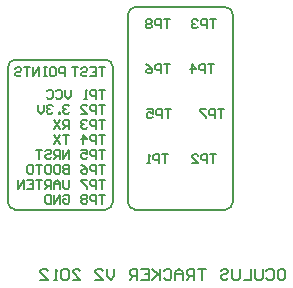
<source format=gbo>
%FSLAX24Y24*%
%MOIN*%
G70*
G01*
G75*
G04 Layer_Color=32896*
%ADD10R,0.0710X0.0300*%
%ADD11R,0.1024X0.0787*%
%ADD12R,0.0532X0.0157*%
%ADD13R,0.0748X0.0630*%
%ADD14R,0.0748X0.0472*%
%ADD15R,0.0787X0.0827*%
%ADD16R,0.0150X0.0200*%
%ADD17R,0.0291X0.0728*%
%ADD18R,0.0787X0.0157*%
%ADD19R,0.0118X0.0472*%
%ADD20R,0.0472X0.0118*%
%ADD21R,0.0236X0.0098*%
%ADD22R,0.0295X0.0472*%
%ADD23R,0.0200X0.0150*%
%ADD24R,0.0300X0.0250*%
%ADD25R,0.0335X0.0138*%
%ADD26R,0.0138X0.0315*%
%ADD27R,0.0250X0.0300*%
%ADD28R,0.0118X0.0165*%
%ADD29R,0.0165X0.0118*%
%ADD30C,0.0100*%
%ADD31C,0.0120*%
%ADD32C,0.0050*%
%ADD33C,0.0060*%
%ADD34C,0.0140*%
%ADD35C,0.0080*%
%ADD36C,0.0098*%
%ADD37C,0.0160*%
%ADD38C,0.0433*%
%ADD39C,0.0591*%
%ADD40R,0.0591X0.0591*%
%ADD41C,0.0354*%
%ADD42C,0.1250*%
%ADD43C,0.0180*%
%ADD44C,0.0200*%
%ADD45C,0.0300*%
%ADD46R,0.1120X0.1120*%
%ADD47C,0.0787*%
%ADD48C,0.0059*%
%ADD49R,0.0760X0.0350*%
%ADD50R,0.1074X0.0837*%
%ADD51R,0.0582X0.0207*%
%ADD52R,0.0798X0.0680*%
%ADD53R,0.0798X0.0522*%
%ADD54R,0.0837X0.0877*%
%ADD55R,0.0200X0.0250*%
%ADD56R,0.0341X0.0778*%
%ADD57R,0.0837X0.0207*%
%ADD58R,0.0168X0.0522*%
%ADD59R,0.0522X0.0168*%
%ADD60R,0.0286X0.0148*%
%ADD61R,0.0345X0.0522*%
%ADD62R,0.0190X0.0240*%
%ADD63R,0.0250X0.0200*%
%ADD64R,0.0350X0.0300*%
%ADD65R,0.0375X0.0178*%
%ADD66R,0.0178X0.0355*%
%ADD67R,0.0300X0.0350*%
%ADD68R,0.0158X0.0206*%
%ADD69R,0.0206X0.0158*%
%ADD70C,0.0483*%
%ADD71C,0.0651*%
%ADD72R,0.0651X0.0651*%
%ADD73C,0.0414*%
%ADD74C,0.1330*%
%ADD75C,0.0837*%
%ADD76C,0.0070*%
D33*
X25890Y49340D02*
X25690D01*
X25790D01*
Y49040D01*
X25590D02*
Y49340D01*
X25440D01*
X25390Y49290D01*
Y49190D01*
X25440Y49140D01*
X25590D01*
X25290Y49290D02*
X25240Y49340D01*
X25140D01*
X25090Y49290D01*
Y49240D01*
X25140Y49190D01*
X25090Y49140D01*
Y49090D01*
X25140Y49040D01*
X25240D01*
X25290Y49090D01*
Y49140D01*
X25240Y49190D01*
X25290Y49240D01*
Y49290D01*
X25240Y49190D02*
X25140D01*
X27690Y46340D02*
X27490D01*
X27590D01*
Y46040D01*
X27390D02*
Y46340D01*
X27240D01*
X27190Y46290D01*
Y46190D01*
X27240Y46140D01*
X27390D01*
X27090Y46340D02*
X26890D01*
Y46290D01*
X27090Y46090D01*
Y46040D01*
X25920Y47840D02*
X25720D01*
X25820D01*
Y47540D01*
X25620D02*
Y47840D01*
X25470D01*
X25420Y47790D01*
Y47690D01*
X25470Y47640D01*
X25620D01*
X25120Y47840D02*
X25220Y47790D01*
X25320Y47690D01*
Y47590D01*
X25270Y47540D01*
X25170D01*
X25120Y47590D01*
Y47640D01*
X25170Y47690D01*
X25320D01*
X25930Y46340D02*
X25730D01*
X25830D01*
Y46040D01*
X25630D02*
Y46340D01*
X25480D01*
X25430Y46290D01*
Y46190D01*
X25480Y46140D01*
X25630D01*
X25130Y46340D02*
X25330D01*
Y46190D01*
X25230Y46240D01*
X25180D01*
X25130Y46190D01*
Y46090D01*
X25180Y46040D01*
X25280D01*
X25330Y46090D01*
X27380Y47840D02*
X27180D01*
X27280D01*
Y47540D01*
X27080D02*
Y47840D01*
X26930D01*
X26880Y47790D01*
Y47690D01*
X26930Y47640D01*
X27080D01*
X26630Y47540D02*
Y47840D01*
X26780Y47690D01*
X26580D01*
X27430Y49340D02*
X27230D01*
X27330D01*
Y49040D01*
X27130D02*
Y49340D01*
X26980D01*
X26930Y49290D01*
Y49190D01*
X26980Y49140D01*
X27130D01*
X26830Y49290D02*
X26780Y49340D01*
X26680D01*
X26630Y49290D01*
Y49240D01*
X26680Y49190D01*
X26730D01*
X26680D01*
X26630Y49140D01*
Y49090D01*
X26680Y49040D01*
X26780D01*
X26830Y49090D01*
X27440Y44840D02*
X27240D01*
X27340D01*
Y44540D01*
X27140D02*
Y44840D01*
X26990D01*
X26940Y44790D01*
Y44690D01*
X26990Y44640D01*
X27140D01*
X26640Y44540D02*
X26840D01*
X26640Y44740D01*
Y44790D01*
X26690Y44840D01*
X26790D01*
X26840Y44790D01*
X25850Y44840D02*
X25650D01*
X25750D01*
Y44540D01*
X25550D02*
Y44840D01*
X25400D01*
X25350Y44790D01*
Y44690D01*
X25400Y44640D01*
X25550D01*
X25250Y44540D02*
X25150D01*
X25200D01*
Y44840D01*
X25250Y44790D01*
X23750Y46000D02*
X23550D01*
X23650D01*
Y45700D01*
X23450D02*
Y46000D01*
X23300D01*
X23250Y45950D01*
Y45850D01*
X23300Y45800D01*
X23450D01*
X23150Y45950D02*
X23100Y46000D01*
X23000D01*
X22950Y45950D01*
Y45900D01*
X23000Y45850D01*
X23050D01*
X23000D01*
X22950Y45800D01*
Y45750D01*
X23000Y45700D01*
X23100D01*
X23150Y45750D01*
X22550Y45700D02*
Y46000D01*
X22400D01*
X22350Y45950D01*
Y45850D01*
X22400Y45800D01*
X22550D01*
X22450D02*
X22350Y45700D01*
X22250Y46000D02*
X22051Y45700D01*
Y46000D02*
X22250Y45700D01*
X23750Y47000D02*
X23550D01*
X23650D01*
Y46700D01*
X23450D02*
Y47000D01*
X23300D01*
X23250Y46950D01*
Y46850D01*
X23300Y46800D01*
X23450D01*
X23150Y46700D02*
X23050D01*
X23100D01*
Y47000D01*
X23150Y46950D01*
X22600Y47000D02*
Y46800D01*
X22500Y46700D01*
X22400Y46800D01*
Y47000D01*
X22101Y46950D02*
X22151Y47000D01*
X22250D01*
X22300Y46950D01*
Y46750D01*
X22250Y46700D01*
X22151D01*
X22101Y46750D01*
X21801Y46950D02*
X21851Y47000D01*
X21951D01*
X22001Y46950D01*
Y46750D01*
X21951Y46700D01*
X21851D01*
X21801Y46750D01*
X23750Y46500D02*
X23550D01*
X23650D01*
Y46200D01*
X23450D02*
Y46500D01*
X23300D01*
X23250Y46450D01*
Y46350D01*
X23300Y46300D01*
X23450D01*
X22950Y46200D02*
X23150D01*
X22950Y46400D01*
Y46450D01*
X23000Y46500D01*
X23100D01*
X23150Y46450D01*
X22550D02*
X22500Y46500D01*
X22400D01*
X22350Y46450D01*
Y46400D01*
X22400Y46350D01*
X22450D01*
X22400D01*
X22350Y46300D01*
Y46250D01*
X22400Y46200D01*
X22500D01*
X22550Y46250D01*
X22250Y46200D02*
Y46250D01*
X22201D01*
Y46200D01*
X22250D01*
X22001Y46450D02*
X21951Y46500D01*
X21851D01*
X21801Y46450D01*
Y46400D01*
X21851Y46350D01*
X21901D01*
X21851D01*
X21801Y46300D01*
Y46250D01*
X21851Y46200D01*
X21951D01*
X22001Y46250D01*
X21701Y46500D02*
Y46300D01*
X21601Y46200D01*
X21501Y46300D01*
Y46500D01*
X23750Y45500D02*
X23550D01*
X23650D01*
Y45200D01*
X23450D02*
Y45500D01*
X23300D01*
X23250Y45450D01*
Y45350D01*
X23300Y45300D01*
X23450D01*
X23000Y45200D02*
Y45500D01*
X23150Y45350D01*
X22950D01*
X22550Y45500D02*
X22350D01*
X22450D01*
Y45200D01*
X22250Y45500D02*
X22051Y45200D01*
Y45500D02*
X22250Y45200D01*
X23750Y45000D02*
X23550D01*
X23650D01*
Y44700D01*
X23450D02*
Y45000D01*
X23300D01*
X23250Y44950D01*
Y44850D01*
X23300Y44800D01*
X23450D01*
X22950Y45000D02*
X23150D01*
Y44850D01*
X23050Y44900D01*
X23000D01*
X22950Y44850D01*
Y44750D01*
X23000Y44700D01*
X23100D01*
X23150Y44750D01*
X22550Y44700D02*
Y45000D01*
X22350Y44700D01*
Y45000D01*
X22250Y44700D02*
Y45000D01*
X22101D01*
X22051Y44950D01*
Y44850D01*
X22101Y44800D01*
X22250D01*
X22151D02*
X22051Y44700D01*
X21751Y44950D02*
X21801Y45000D01*
X21901D01*
X21951Y44950D01*
Y44900D01*
X21901Y44850D01*
X21801D01*
X21751Y44800D01*
Y44750D01*
X21801Y44700D01*
X21901D01*
X21951Y44750D01*
X21651Y45000D02*
X21451D01*
X21551D01*
Y44700D01*
X23750Y44500D02*
X23550D01*
X23650D01*
Y44200D01*
X23450D02*
Y44500D01*
X23300D01*
X23250Y44450D01*
Y44350D01*
X23300Y44300D01*
X23450D01*
X22950Y44500D02*
X23050Y44450D01*
X23150Y44350D01*
Y44250D01*
X23100Y44200D01*
X23000D01*
X22950Y44250D01*
Y44300D01*
X23000Y44350D01*
X23150D01*
X22550Y44500D02*
Y44200D01*
X22400D01*
X22350Y44250D01*
Y44300D01*
X22400Y44350D01*
X22550D01*
X22400D01*
X22350Y44400D01*
Y44450D01*
X22400Y44500D01*
X22550D01*
X22101D02*
X22201D01*
X22250Y44450D01*
Y44250D01*
X22201Y44200D01*
X22101D01*
X22051Y44250D01*
Y44450D01*
X22101Y44500D01*
X21801D02*
X21901D01*
X21951Y44450D01*
Y44250D01*
X21901Y44200D01*
X21801D01*
X21751Y44250D01*
Y44450D01*
X21801Y44500D01*
X21651D02*
X21451D01*
X21551D01*
Y44200D01*
X21351Y44450D02*
X21301Y44500D01*
X21201D01*
X21151Y44450D01*
Y44250D01*
X21201Y44200D01*
X21301D01*
X21351Y44250D01*
Y44450D01*
X23750Y44000D02*
X23550D01*
X23650D01*
Y43700D01*
X23450D02*
Y44000D01*
X23300D01*
X23250Y43950D01*
Y43850D01*
X23300Y43800D01*
X23450D01*
X23150Y44000D02*
X22950D01*
Y43950D01*
X23150Y43750D01*
Y43700D01*
X22550Y44000D02*
Y43750D01*
X22500Y43700D01*
X22400D01*
X22350Y43750D01*
Y44000D01*
X22250Y43700D02*
Y43900D01*
X22151Y44000D01*
X22051Y43900D01*
Y43700D01*
Y43850D01*
X22250D01*
X21951Y43700D02*
Y44000D01*
X21801D01*
X21751Y43950D01*
Y43850D01*
X21801Y43800D01*
X21951D01*
X21851D02*
X21751Y43700D01*
X21651Y44000D02*
X21451D01*
X21551D01*
Y43700D01*
X21151Y44000D02*
X21351D01*
Y43700D01*
X21151D01*
X21351Y43850D02*
X21251D01*
X21051Y43700D02*
Y44000D01*
X20851Y43700D01*
Y44000D01*
X23750Y43500D02*
X23550D01*
X23650D01*
Y43200D01*
X23450D02*
Y43500D01*
X23300D01*
X23250Y43450D01*
Y43350D01*
X23300Y43300D01*
X23450D01*
X23150Y43450D02*
X23100Y43500D01*
X23000D01*
X22950Y43450D01*
Y43400D01*
X23000Y43350D01*
X22950Y43300D01*
Y43250D01*
X23000Y43200D01*
X23100D01*
X23150Y43250D01*
Y43300D01*
X23100Y43350D01*
X23150Y43400D01*
Y43450D01*
X23100Y43350D02*
X23000D01*
X22350Y43450D02*
X22400Y43500D01*
X22500D01*
X22550Y43450D01*
Y43250D01*
X22500Y43200D01*
X22400D01*
X22350Y43250D01*
Y43350D01*
X22450D01*
X22250Y43200D02*
Y43500D01*
X22051Y43200D01*
Y43500D01*
X21951D02*
Y43200D01*
X21801D01*
X21751Y43250D01*
Y43450D01*
X21801Y43500D01*
X21951D01*
X23750Y47750D02*
X23550D01*
X23650D01*
Y47450D01*
X23250Y47750D02*
X23450D01*
Y47450D01*
X23250D01*
X23450Y47600D02*
X23350D01*
X22950Y47700D02*
X23000Y47750D01*
X23100D01*
X23150Y47700D01*
Y47650D01*
X23100Y47600D01*
X23000D01*
X22950Y47550D01*
Y47500D01*
X23000Y47450D01*
X23100D01*
X23150Y47500D01*
X22850Y47750D02*
X22650D01*
X22750D01*
Y47450D01*
X22400D02*
Y47750D01*
X22250D01*
X22200Y47700D01*
Y47600D01*
X22250Y47550D01*
X22400D01*
X21950Y47750D02*
X22050D01*
X22100Y47700D01*
Y47500D01*
X22050Y47450D01*
X21950D01*
X21900Y47500D01*
Y47700D01*
X21950Y47750D01*
X21800D02*
X21700D01*
X21750D01*
Y47450D01*
X21800D01*
X21700D01*
X21550D02*
Y47750D01*
X21350Y47450D01*
Y47750D01*
X21250D02*
X21050D01*
X21150D01*
Y47450D01*
X20751Y47700D02*
X20801Y47750D01*
X20900D01*
X20950Y47700D01*
Y47650D01*
X20900Y47600D01*
X20801D01*
X20751Y47550D01*
Y47500D01*
X20801Y47450D01*
X20900D01*
X20950Y47500D01*
D48*
X23750Y43000D02*
G03*
X24000Y43250I0J250D01*
G01*
X20500D02*
G03*
X20750Y43000I250J0D01*
G01*
Y48000D02*
G03*
X20500Y47750I0J-250D01*
G01*
X24000D02*
G03*
X23750Y48000I-250J0D01*
G01*
X28000Y49500D02*
G03*
X27750Y49750I-250J0D01*
G01*
X24750D02*
G03*
X24500Y49500I0J-250D01*
G01*
X27750Y43000D02*
G03*
X28000Y43250I0J250D01*
G01*
X24500D02*
G03*
X24750Y43000I250J0D01*
G01*
X24000Y43250D02*
Y47750D01*
X20750Y43000D02*
X23750D01*
X20500Y43250D02*
Y47750D01*
X20750Y48000D02*
X23750D01*
X24750Y49750D02*
X27750D01*
X24750Y43000D02*
X27750D01*
X28000Y43250D02*
Y49500D01*
X24500Y43250D02*
Y49500D01*
D76*
X29560Y41030D02*
X29687D01*
X29750Y40967D01*
Y40713D01*
X29687Y40650D01*
X29560D01*
X29497Y40713D01*
Y40967D01*
X29560Y41030D01*
X29117Y40967D02*
X29180Y41030D01*
X29307D01*
X29370Y40967D01*
Y40713D01*
X29307Y40650D01*
X29180D01*
X29117Y40713D01*
X28990Y41030D02*
Y40713D01*
X28927Y40650D01*
X28800D01*
X28737Y40713D01*
Y41030D01*
X28610D02*
Y40650D01*
X28357D01*
X28230Y41030D02*
Y40713D01*
X28167Y40650D01*
X28041D01*
X27977Y40713D01*
Y41030D01*
X27597Y40967D02*
X27661Y41030D01*
X27787D01*
X27851Y40967D01*
Y40903D01*
X27787Y40840D01*
X27661D01*
X27597Y40777D01*
Y40713D01*
X27661Y40650D01*
X27787D01*
X27851Y40713D01*
X27091Y41030D02*
X26838D01*
X26964D01*
Y40650D01*
X26711D02*
Y41030D01*
X26521D01*
X26458Y40967D01*
Y40840D01*
X26521Y40777D01*
X26711D01*
X26584D02*
X26458Y40650D01*
X26331D02*
Y40903D01*
X26204Y41030D01*
X26078Y40903D01*
Y40650D01*
Y40840D01*
X26331D01*
X25698Y40967D02*
X25761Y41030D01*
X25888D01*
X25951Y40967D01*
Y40713D01*
X25888Y40650D01*
X25761D01*
X25698Y40713D01*
X25571Y41030D02*
Y40650D01*
Y40777D01*
X25318Y41030D01*
X25508Y40840D01*
X25318Y40650D01*
X24938Y41030D02*
X25191D01*
Y40650D01*
X24938D01*
X25191Y40840D02*
X25065D01*
X24812Y40650D02*
Y41030D01*
X24622D01*
X24558Y40967D01*
Y40840D01*
X24622Y40777D01*
X24812D01*
X24685D02*
X24558Y40650D01*
X24052Y41030D02*
Y40777D01*
X23925Y40650D01*
X23799Y40777D01*
Y41030D01*
X23419Y40650D02*
X23672D01*
X23419Y40903D01*
Y40967D01*
X23482Y41030D01*
X23609D01*
X23672Y40967D01*
X22659Y40650D02*
X22912D01*
X22659Y40903D01*
Y40967D01*
X22722Y41030D01*
X22849D01*
X22912Y40967D01*
X22532D02*
X22469Y41030D01*
X22342D01*
X22279Y40967D01*
Y40713D01*
X22342Y40650D01*
X22469D01*
X22532Y40713D01*
Y40967D01*
X22152Y40650D02*
X22026D01*
X22089D01*
Y41030D01*
X22152Y40967D01*
X21583Y40650D02*
X21836D01*
X21583Y40903D01*
Y40967D01*
X21646Y41030D01*
X21773D01*
X21836Y40967D01*
M02*

</source>
